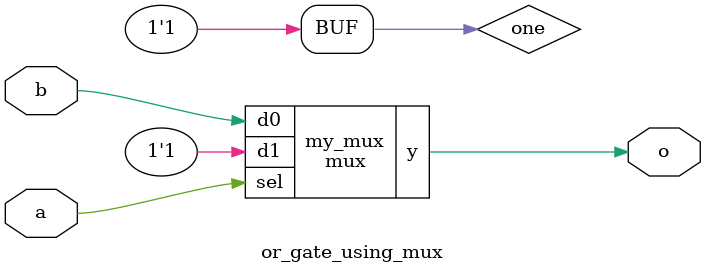
<source format=sv>

module mux
(
  input  d0, d1,
  input  sel,
  output y
);

  assign y = sel ? d1 : d0;

endmodule

//----------------------------------------------------------------------------
// Task
//----------------------------------------------------------------------------

module or_gate_using_mux
(
    input  a,
    input  b,
    output o
);

  // Task:

  // Implement or gate using instance(s) of mux,
  // constants 0 and 1, and wire connections
  wire one = 1'b1;

 
  mux my_mux (
    .d0(b),     
    .d1(one),   
    .sel(a),    
    .y(o)       
  );

endmodule

</source>
